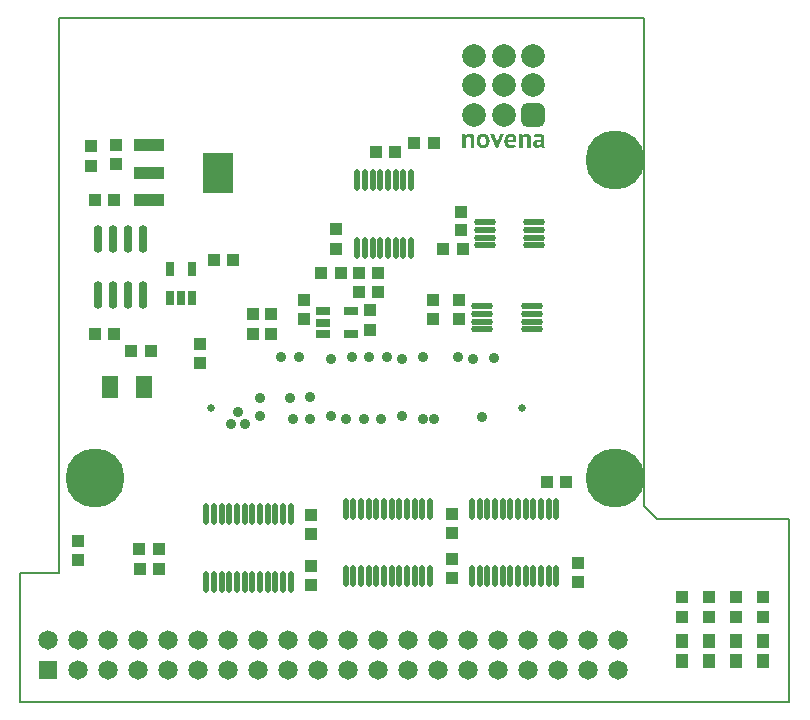
<source format=gts>
%FSLAX25Y25*%
%MOIN*%
G70*
G01*
G75*
G04 Layer_Color=8388736*
%ADD10R,0.03937X0.03937*%
%ADD11O,0.02362X0.08661*%
%ADD12R,0.02559X0.04331*%
%ADD13R,0.03937X0.03543*%
%ADD14R,0.03543X0.03937*%
%ADD15R,0.05118X0.07087*%
%ADD16R,0.03937X0.04331*%
%ADD17R,0.03937X0.03937*%
%ADD18R,0.04331X0.02559*%
%ADD19O,0.01378X0.06693*%
%ADD20O,0.06693X0.01772*%
%ADD21R,0.09449X0.03937*%
%ADD22R,0.09449X0.12992*%
%ADD23C,0.03000*%
%ADD24C,0.00700*%
%ADD25C,0.01969*%
%ADD26C,0.05000*%
%ADD27C,0.00800*%
%ADD28C,0.04000*%
%ADD29C,0.02000*%
%ADD30C,0.00787*%
%ADD31C,0.01500*%
%ADD32C,0.01000*%
%ADD33C,0.02500*%
%ADD34C,0.01969*%
%ADD35R,0.05906X0.05906*%
%ADD36C,0.05906*%
%ADD37C,0.07874*%
%ADD38C,0.03000*%
%ADD39R,0.01181X0.04331*%
%ADD40R,0.02756X0.05906*%
%ADD41R,0.06299X0.12205*%
%ADD42C,0.00984*%
%ADD43C,0.02362*%
%ADD44C,0.00500*%
%ADD45R,0.00600X0.00200*%
%ADD46R,0.01000X0.00200*%
%ADD47R,0.01600X0.00200*%
%ADD48R,0.01400X0.00200*%
%ADD49R,0.02000X0.00200*%
%ADD50R,0.02600X0.00200*%
%ADD51R,0.02400X0.00200*%
%ADD52R,0.03000X0.00200*%
%ADD53R,0.03400X0.00200*%
%ADD54R,0.00400X0.00200*%
%ADD55R,0.04000X0.00200*%
%ADD56R,0.04400X0.00200*%
%ADD57R,0.06800X0.00200*%
%ADD58R,0.06600X0.00200*%
%ADD59R,0.07000X0.00200*%
%ADD60R,0.07200X0.00200*%
%ADD61R,0.07600X0.00200*%
%ADD62R,0.07400X0.00200*%
%ADD63R,0.08000X0.00200*%
%ADD64R,0.07800X0.00200*%
%ADD65R,0.08400X0.00200*%
%ADD66R,0.09200X0.00200*%
%ADD67R,0.10200X0.00200*%
%ADD68R,0.10000X0.00200*%
%ADD69R,0.09800X0.00200*%
%ADD70R,0.10400X0.00200*%
%ADD71R,0.09000X0.00200*%
%ADD72R,0.19000X0.00200*%
%ADD73R,0.18600X0.00200*%
%ADD74R,0.18200X0.00200*%
%ADD75R,0.18400X0.00200*%
%ADD76R,0.19200X0.00200*%
%ADD77R,0.19400X0.00200*%
%ADD78R,0.19800X0.00200*%
%ADD79R,0.20000X0.00200*%
%ADD80R,0.20200X0.00200*%
%ADD81R,0.20600X0.00200*%
%ADD82R,0.21000X0.00200*%
%ADD83R,0.21400X0.00200*%
%ADD84R,0.21800X0.00200*%
%ADD85R,0.22200X0.00200*%
%ADD86R,0.04800X0.00200*%
%ADD87R,0.08600X0.00200*%
%ADD88R,0.03800X0.00200*%
%ADD89R,0.05800X0.00200*%
%ADD90R,0.02800X0.00200*%
%ADD91R,0.05000X0.00200*%
%ADD92R,0.01800X0.00200*%
%ADD93R,0.04600X0.00200*%
%ADD94R,0.04200X0.00200*%
%ADD95R,0.00800X0.00200*%
%ADD96R,0.05400X0.00200*%
%ADD97R,0.02200X0.00200*%
%ADD98R,0.06400X0.00200*%
%ADD99R,0.03600X0.00200*%
%ADD100R,0.01200X0.00200*%
%ADD101R,0.11800X0.00200*%
%ADD102R,0.11600X0.00200*%
%ADD103R,0.00200X0.00200*%
%ADD104C,0.00492*%
%ADD105C,0.00600*%
G04:AMPARAMS|DCode=106|XSize=78.74mil|YSize=78.74mil|CornerRadius=19.69mil|HoleSize=0mil|Usage=FLASHONLY|Rotation=0.000|XOffset=0mil|YOffset=0mil|HoleType=Round|Shape=RoundedRectangle|*
%AMROUNDEDRECTD106*
21,1,0.07874,0.03937,0,0,0.0*
21,1,0.03937,0.07874,0,0,0.0*
1,1,0.03937,0.01969,-0.01969*
1,1,0.03937,-0.01969,-0.01969*
1,1,0.03937,-0.01969,0.01969*
1,1,0.03937,0.01969,0.01969*
%
%ADD106ROUNDEDRECTD106*%
%ADD107R,0.04488X0.04488*%
%ADD108O,0.02913X0.09213*%
%ADD109R,0.03150X0.04921*%
%ADD110R,0.04488X0.04095*%
%ADD111R,0.04095X0.04488*%
%ADD112R,0.05669X0.07638*%
%ADD113R,0.04488X0.04882*%
%ADD114R,0.04488X0.04488*%
%ADD115R,0.04921X0.03150*%
%ADD116O,0.01929X0.07244*%
%ADD117O,0.07244X0.02323*%
%ADD118R,0.10000X0.04488*%
%ADD119R,0.10000X0.13543*%
%ADD120C,0.02520*%
%ADD121R,0.06457X0.06457*%
%ADD122C,0.06457*%
%ADD123C,0.19685*%
%ADD124C,0.03551*%
G36*
X679253Y320001D02*
X678526D01*
X676555Y324613D01*
X677927D01*
X678768Y322215D01*
X678930Y321512D01*
X678976D01*
X679103Y322226D01*
X679875Y324613D01*
X681155D01*
X679253Y320001D01*
D02*
G37*
G36*
X683726Y324728D02*
X683830Y324717D01*
X683945Y324705D01*
X684188Y324648D01*
X684199D01*
X684245Y324625D01*
X684303Y324602D01*
X684384Y324578D01*
X684476Y324532D01*
X684568Y324475D01*
X684672Y324417D01*
X684764Y324336D01*
X684776Y324325D01*
X684810Y324302D01*
X684856Y324256D01*
X684914Y324186D01*
X684983Y324106D01*
X685052Y324014D01*
X685121Y323898D01*
X685179Y323771D01*
X685191Y323760D01*
X685202Y323714D01*
X685225Y323633D01*
X685260Y323529D01*
X685294Y323403D01*
X685318Y323253D01*
X685329Y323091D01*
X685341Y322895D01*
Y322884D01*
Y322861D01*
Y322826D01*
Y322768D01*
X685329Y322641D01*
X685318Y322480D01*
Y322469D01*
Y322446D01*
X685306Y322399D01*
Y322342D01*
X685283Y322203D01*
X685248Y322030D01*
X682504D01*
Y322019D01*
Y322007D01*
X682516Y321938D01*
X682527Y321834D01*
X682550Y321696D01*
X682596Y321558D01*
X682643Y321408D01*
X682712Y321269D01*
X682804Y321154D01*
X682816Y321143D01*
X682850Y321108D01*
X682919Y321062D01*
X683011Y321016D01*
X683138Y320958D01*
X683288Y320912D01*
X683473Y320877D01*
X683680Y320866D01*
X683738D01*
X683819Y320877D01*
X683899D01*
X684003Y320889D01*
X684118Y320912D01*
X684349Y320970D01*
X684361D01*
X684395Y320993D01*
X684453Y321016D01*
X684522Y321039D01*
X684660Y321119D01*
X684741Y321166D01*
X684799Y321212D01*
X685191Y320428D01*
X685179Y320416D01*
X685145Y320393D01*
X685075Y320359D01*
X684995Y320301D01*
X684891Y320255D01*
X684753Y320186D01*
X684614Y320128D01*
X684441Y320070D01*
X684418Y320059D01*
X684361Y320047D01*
X684268Y320024D01*
X684141Y320001D01*
X683992Y319967D01*
X683830Y319943D01*
X683646Y319932D01*
X683450Y319920D01*
X683346D01*
X683265Y319932D01*
X683173Y319943D01*
X683069Y319955D01*
X682839Y320001D01*
X682573Y320070D01*
X682297Y320186D01*
X682170Y320266D01*
X682055Y320347D01*
X681939Y320439D01*
X681836Y320555D01*
Y320566D01*
X681812Y320589D01*
X681789Y320624D01*
X681755Y320670D01*
X681720Y320739D01*
X681674Y320820D01*
X681628Y320912D01*
X681582Y321016D01*
X681536Y321143D01*
X681490Y321269D01*
X681443Y321419D01*
X681409Y321581D01*
X681374Y321742D01*
X681351Y321927D01*
X681340Y322123D01*
X681328Y322330D01*
Y322342D01*
Y322388D01*
Y322446D01*
X681340Y322526D01*
X681351Y322630D01*
X681363Y322745D01*
X681374Y322872D01*
X681397Y323010D01*
X681466Y323299D01*
X681570Y323599D01*
X681628Y323737D01*
X681709Y323875D01*
X681789Y324014D01*
X681893Y324129D01*
X681905Y324140D01*
X681916Y324152D01*
X681951Y324186D01*
X681997Y324221D01*
X682055Y324267D01*
X682135Y324325D01*
X682216Y324382D01*
X682308Y324440D01*
X682423Y324486D01*
X682539Y324544D01*
X682677Y324602D01*
X682816Y324648D01*
X683138Y324717D01*
X683323Y324728D01*
X683507Y324740D01*
X683634D01*
X683726Y324728D01*
D02*
G37*
G36*
X693308Y324682D02*
X693435Y324671D01*
X693562Y324648D01*
X693700Y324613D01*
X693827Y324578D01*
X693838D01*
X693884Y324555D01*
X693942Y324532D01*
X694011Y324498D01*
X694172Y324394D01*
X694265Y324325D01*
X694334Y324244D01*
X694346Y324233D01*
X694369Y324210D01*
X694392Y324164D01*
X694438Y324106D01*
X694484Y324037D01*
X694519Y323944D01*
X694599Y323748D01*
Y323737D01*
X694611Y323702D01*
X694622Y323633D01*
X694645Y323564D01*
X694657Y323460D01*
X694668Y323345D01*
X694680Y323230D01*
Y323091D01*
Y323068D01*
Y323022D01*
Y322941D01*
Y322837D01*
X694668Y322722D01*
Y322584D01*
X694645Y322284D01*
Y322261D01*
Y322215D01*
X694634Y322134D01*
Y322030D01*
X694622Y321915D01*
Y321777D01*
X694611Y321488D01*
Y321477D01*
Y321419D01*
Y321350D01*
Y321246D01*
X694622Y321131D01*
Y321004D01*
X694634Y320727D01*
Y320716D01*
X694645Y320670D01*
Y320589D01*
X694668Y320508D01*
X694680Y320393D01*
X694703Y320278D01*
X694772Y320036D01*
X693815D01*
X693619Y320670D01*
X693573D01*
X693562Y320658D01*
X693538Y320624D01*
X693492Y320566D01*
X693446Y320497D01*
X693365Y320428D01*
X693285Y320336D01*
X693181Y320255D01*
X693066Y320174D01*
X693054Y320163D01*
X693008Y320140D01*
X692939Y320116D01*
X692847Y320082D01*
X692720Y320036D01*
X692581Y320013D01*
X692420Y319990D01*
X692236Y319978D01*
X692120D01*
X692039Y319990D01*
X691959Y320001D01*
X691855Y320013D01*
X691659Y320070D01*
X691647D01*
X691613Y320093D01*
X691567Y320105D01*
X691509Y320140D01*
X691371Y320220D01*
X691221Y320336D01*
X691209Y320347D01*
X691186Y320370D01*
X691152Y320405D01*
X691117Y320462D01*
X691025Y320589D01*
X690933Y320762D01*
Y320774D01*
X690921Y320808D01*
X690910Y320854D01*
X690886Y320923D01*
X690875Y321004D01*
X690852Y321096D01*
X690840Y321304D01*
Y321327D01*
Y321373D01*
X690852Y321454D01*
X690863Y321546D01*
X690886Y321661D01*
X690921Y321777D01*
X690967Y321892D01*
X691025Y322007D01*
X691036Y322019D01*
X691059Y322054D01*
X691106Y322111D01*
X691163Y322169D01*
X691232Y322250D01*
X691325Y322319D01*
X691428Y322399D01*
X691555Y322469D01*
X691567Y322480D01*
X691624Y322503D01*
X691694Y322526D01*
X691797Y322572D01*
X691913Y322607D01*
X692063Y322653D01*
X692224Y322688D01*
X692397Y322722D01*
X692420D01*
X692489Y322734D01*
X692581Y322745D01*
X692720Y322757D01*
X692881Y322768D01*
X693492D01*
Y322780D01*
Y322791D01*
X693504Y322849D01*
Y322941D01*
Y323045D01*
Y323160D01*
X693481Y323276D01*
X693458Y323391D01*
X693412Y323483D01*
X693400Y323495D01*
X693389Y323518D01*
X693342Y323552D01*
X693285Y323599D01*
X693216Y323645D01*
X693100Y323679D01*
X692973Y323702D01*
X692812Y323714D01*
X692674D01*
X692581Y323702D01*
X692466Y323691D01*
X692339Y323679D01*
X692201Y323656D01*
X692051Y323633D01*
X692039D01*
X691982Y323622D01*
X691913Y323610D01*
X691820Y323587D01*
X691717Y323552D01*
X691613Y323529D01*
X691509Y323495D01*
X691405Y323449D01*
X691117Y324336D01*
X691129Y324348D01*
X691186Y324359D01*
X691256Y324394D01*
X691359Y324429D01*
X691486Y324475D01*
X691636Y324509D01*
X691797Y324555D01*
X691982Y324590D01*
X692005D01*
X692074Y324602D01*
X692166Y324625D01*
X692305Y324648D01*
X692466Y324659D01*
X692639Y324682D01*
X692835Y324694D01*
X693192D01*
X693308Y324682D01*
D02*
G37*
G36*
X688938Y324728D02*
X689030Y324717D01*
X689134Y324705D01*
X689341Y324648D01*
X689353D01*
X689388Y324625D01*
X689434Y324602D01*
X689503Y324578D01*
X689641Y324475D01*
X689722Y324417D01*
X689791Y324336D01*
X689803Y324325D01*
X689826Y324302D01*
X689849Y324256D01*
X689895Y324186D01*
X689941Y324106D01*
X689976Y324014D01*
X690022Y323898D01*
X690056Y323771D01*
Y323760D01*
X690068Y323702D01*
X690091Y323633D01*
X690102Y323529D01*
X690126Y323403D01*
X690137Y323241D01*
X690149Y323080D01*
Y322884D01*
Y320047D01*
X688973D01*
Y322630D01*
Y322641D01*
Y322653D01*
Y322722D01*
X688961Y322826D01*
X688949Y322941D01*
X688903Y323206D01*
X688869Y323333D01*
X688811Y323437D01*
X688800Y323449D01*
X688776Y323472D01*
X688742Y323518D01*
X688684Y323564D01*
X688604Y323610D01*
X688511Y323656D01*
X688408Y323679D01*
X688269Y323691D01*
X688211D01*
X688142Y323679D01*
X688073Y323668D01*
X687981Y323645D01*
X687877Y323599D01*
X687785Y323552D01*
X687693Y323483D01*
X687681Y323472D01*
X687658Y323449D01*
X687612Y323403D01*
X687566Y323345D01*
X687508Y323276D01*
X687451Y323195D01*
X687404Y323103D01*
X687358Y322999D01*
Y320047D01*
X686182D01*
Y324613D01*
X687116D01*
X687255Y324002D01*
X687289D01*
X687301Y324014D01*
X687324Y324048D01*
X687370Y324106D01*
X687439Y324175D01*
X687520Y324256D01*
X687612Y324348D01*
X687716Y324440D01*
X687843Y324521D01*
X687854Y324532D01*
X687900Y324555D01*
X687981Y324590D01*
X688085Y324636D01*
X688211Y324671D01*
X688373Y324705D01*
X688546Y324728D01*
X688742Y324740D01*
X688857D01*
X688938Y324728D01*
D02*
G37*
G36*
X670086D02*
X670179Y324717D01*
X670282Y324705D01*
X670490Y324648D01*
X670502D01*
X670536Y324625D01*
X670582Y324602D01*
X670651Y324578D01*
X670790Y324475D01*
X670870Y324417D01*
X670940Y324336D01*
X670951Y324325D01*
X670974Y324302D01*
X670997Y324256D01*
X671043Y324186D01*
X671090Y324106D01*
X671124Y324014D01*
X671170Y323898D01*
X671205Y323771D01*
Y323760D01*
X671216Y323702D01*
X671239Y323633D01*
X671251Y323529D01*
X671274Y323403D01*
X671285Y323241D01*
X671297Y323080D01*
Y322884D01*
Y320047D01*
X670121D01*
Y322630D01*
Y322641D01*
Y322653D01*
Y322722D01*
X670109Y322826D01*
X670098Y322941D01*
X670052Y323206D01*
X670017Y323333D01*
X669960Y323437D01*
X669948Y323449D01*
X669925Y323472D01*
X669890Y323518D01*
X669833Y323564D01*
X669752Y323610D01*
X669660Y323656D01*
X669556Y323679D01*
X669418Y323691D01*
X669360D01*
X669291Y323679D01*
X669222Y323668D01*
X669129Y323645D01*
X669026Y323599D01*
X668933Y323552D01*
X668841Y323483D01*
X668830Y323472D01*
X668807Y323449D01*
X668760Y323403D01*
X668714Y323345D01*
X668657Y323276D01*
X668599Y323195D01*
X668553Y323103D01*
X668507Y322999D01*
Y320047D01*
X667331D01*
Y324613D01*
X668265D01*
X668403Y324002D01*
X668438D01*
X668449Y324014D01*
X668472Y324048D01*
X668518Y324106D01*
X668587Y324175D01*
X668668Y324256D01*
X668760Y324348D01*
X668864Y324440D01*
X668991Y324521D01*
X669003Y324532D01*
X669049Y324555D01*
X669129Y324590D01*
X669233Y324636D01*
X669360Y324671D01*
X669521Y324705D01*
X669694Y324728D01*
X669890Y324740D01*
X670006D01*
X670086Y324728D01*
D02*
G37*
G36*
X674422D02*
X674548Y324717D01*
X674698Y324694D01*
X674860Y324659D01*
X675021Y324613D01*
X675171Y324555D01*
X675194Y324544D01*
X675240Y324521D01*
X675310Y324486D01*
X675402Y324429D01*
X675517Y324359D01*
X675621Y324279D01*
X675736Y324186D01*
X675840Y324071D01*
X675851Y324060D01*
X675886Y324014D01*
X675932Y323944D01*
X675990Y323864D01*
X676047Y323748D01*
X676117Y323622D01*
X676174Y323472D01*
X676232Y323310D01*
X676243Y323287D01*
X676255Y323230D01*
X676278Y323137D01*
X676301Y323022D01*
X676324Y322872D01*
X676347Y322711D01*
X676370Y322526D01*
Y322330D01*
Y322319D01*
Y322284D01*
Y322215D01*
X676359Y322134D01*
Y322042D01*
X676336Y321927D01*
X676324Y321800D01*
X676301Y321673D01*
X676232Y321385D01*
X676128Y321085D01*
X676070Y320935D01*
X675990Y320797D01*
X675909Y320670D01*
X675805Y320543D01*
X675794Y320532D01*
X675782Y320520D01*
X675748Y320485D01*
X675702Y320451D01*
X675644Y320405D01*
X675575Y320347D01*
X675494Y320289D01*
X675402Y320232D01*
X675298Y320174D01*
X675171Y320116D01*
X675044Y320070D01*
X674906Y320013D01*
X674756Y319978D01*
X674583Y319943D01*
X674410Y319932D01*
X674226Y319920D01*
X674133D01*
X674030Y319932D01*
X673903Y319943D01*
X673753Y319967D01*
X673603Y319990D01*
X673442Y320036D01*
X673280Y320093D01*
X673257Y320105D01*
X673211Y320128D01*
X673142Y320163D01*
X673050Y320220D01*
X672934Y320289D01*
X672830Y320370D01*
X672715Y320462D01*
X672611Y320578D01*
X672600Y320589D01*
X672565Y320635D01*
X672519Y320705D01*
X672462Y320785D01*
X672392Y320901D01*
X672335Y321027D01*
X672265Y321177D01*
X672208Y321339D01*
Y321362D01*
X672185Y321419D01*
X672173Y321512D01*
X672150Y321627D01*
X672127Y321777D01*
X672104Y321950D01*
X672093Y322134D01*
X672081Y322330D01*
Y322342D01*
Y322376D01*
Y322446D01*
X672093Y322526D01*
X672104Y322618D01*
X672116Y322734D01*
X672127Y322849D01*
X672150Y322987D01*
X672219Y323276D01*
X672323Y323564D01*
X672381Y323714D01*
X672462Y323852D01*
X672542Y323979D01*
X672646Y324106D01*
X672658Y324117D01*
X672669Y324129D01*
X672704Y324164D01*
X672750Y324210D01*
X672808Y324256D01*
X672877Y324302D01*
X672957Y324359D01*
X673061Y324429D01*
X673165Y324486D01*
X673280Y324544D01*
X673407Y324590D01*
X673557Y324636D01*
X673868Y324717D01*
X674041Y324728D01*
X674226Y324740D01*
X674318D01*
X674422Y324728D01*
D02*
G37*
%LPC*%
G36*
X683496Y323795D02*
X683415D01*
X683334Y323783D01*
X683242Y323760D01*
X683127Y323725D01*
X683011Y323668D01*
X682896Y323599D01*
X682804Y323506D01*
X682792Y323495D01*
X682769Y323460D01*
X682735Y323391D01*
X682689Y323310D01*
X682643Y323206D01*
X682596Y323080D01*
X682562Y322930D01*
X682539Y322768D01*
X684234D01*
Y322791D01*
Y322849D01*
Y322941D01*
Y323045D01*
X684211Y323160D01*
X684188Y323287D01*
X684141Y323414D01*
X684084Y323518D01*
X684072Y323529D01*
X684049Y323564D01*
X684003Y323610D01*
X683945Y323656D01*
X683865Y323702D01*
X683761Y323748D01*
X683634Y323783D01*
X683496Y323795D01*
D02*
G37*
G36*
X693400Y322065D02*
X693146D01*
X692950Y322054D01*
X692904D01*
X692858Y322042D01*
X692801D01*
X692651Y322019D01*
X692489Y321973D01*
X692478D01*
X692455Y321961D01*
X692420Y321950D01*
X692374Y321927D01*
X692270Y321869D01*
X692178Y321788D01*
X692155Y321765D01*
X692120Y321708D01*
X692086Y321615D01*
X692063Y321488D01*
Y321477D01*
Y321442D01*
X692074Y321396D01*
X692086Y321350D01*
X692132Y321212D01*
X692166Y321154D01*
X692212Y321096D01*
X692224D01*
X692236Y321073D01*
X692270Y321050D01*
X692316Y321027D01*
X692385Y321004D01*
X692455Y320981D01*
X692535Y320970D01*
X692627Y320958D01*
X692685D01*
X692754Y320970D01*
X692835Y320981D01*
X693019Y321027D01*
X693112Y321062D01*
X693192Y321108D01*
X693204Y321119D01*
X693227Y321131D01*
X693262Y321166D01*
X693308Y321212D01*
X693412Y321327D01*
X693504Y321454D01*
Y322054D01*
X693458D01*
X693400Y322065D01*
D02*
G37*
G36*
X674226Y323737D02*
X674157D01*
X674076Y323725D01*
X673972Y323691D01*
X673868Y323656D01*
X673753Y323599D01*
X673649Y323518D01*
X673545Y323403D01*
X673534Y323391D01*
X673511Y323345D01*
X673465Y323253D01*
X673430Y323149D01*
X673384Y322999D01*
X673338Y322814D01*
X673315Y322584D01*
X673303Y322330D01*
Y322319D01*
Y322272D01*
Y322215D01*
X673315Y322146D01*
Y322054D01*
X673326Y321961D01*
X673349Y321765D01*
Y321754D01*
X673361Y321719D01*
X673372Y321673D01*
X673395Y321615D01*
X673442Y321465D01*
X673511Y321316D01*
Y321304D01*
X673534Y321281D01*
X673592Y321212D01*
X673684Y321119D01*
X673799Y321027D01*
X673811D01*
X673834Y321016D01*
X673868Y320993D01*
X673926Y320981D01*
X674053Y320935D01*
X674226Y320923D01*
X674306D01*
X674387Y320947D01*
X674491Y320970D01*
X674606Y321004D01*
X674721Y321062D01*
X674825Y321143D01*
X674918Y321258D01*
X674929Y321269D01*
X674952Y321327D01*
X674987Y321408D01*
X675033Y321523D01*
X675079Y321661D01*
X675113Y321858D01*
X675137Y322077D01*
X675148Y322330D01*
Y322342D01*
Y322353D01*
Y322388D01*
Y322434D01*
X675137Y322549D01*
X675125Y322688D01*
X675102Y322849D01*
X675056Y323022D01*
X675010Y323183D01*
X674940Y323345D01*
X674929Y323356D01*
X674906Y323403D01*
X674848Y323472D01*
X674779Y323541D01*
X674675Y323610D01*
X674548Y323679D01*
X674399Y323725D01*
X674226Y323737D01*
D02*
G37*
%LPD*%
D30*
X533000Y178315D02*
Y363354D01*
X520008Y178315D02*
X533000D01*
X520008Y135402D02*
Y178315D01*
X533000Y363354D02*
X727882D01*
Y200756D02*
Y363354D01*
X520008Y135402D02*
X776307D01*
X727882Y200756D02*
X732213Y196425D01*
X776307D01*
Y135402D02*
Y196425D01*
D37*
X671189Y331071D02*
D03*
X681032D02*
D03*
X671189Y340913D02*
D03*
X681032D02*
D03*
X690874D02*
D03*
Y350756D02*
D03*
X681032D02*
D03*
X671189D02*
D03*
D106*
X690874Y331071D02*
D03*
D107*
X551110Y302724D02*
D03*
X544811D02*
D03*
X584575Y282646D02*
D03*
X590874D02*
D03*
X638512Y318472D02*
D03*
X644811D02*
D03*
X559772Y179496D02*
D03*
X566071D02*
D03*
X701898Y208630D02*
D03*
X695598D02*
D03*
X633000Y278315D02*
D03*
X639299D02*
D03*
X633000Y272016D02*
D03*
X639299D02*
D03*
X544811Y257842D02*
D03*
X551110D02*
D03*
D108*
X545972Y270835D02*
D03*
X550972D02*
D03*
X555972D02*
D03*
X560972D02*
D03*
X545972Y289732D02*
D03*
X550972D02*
D03*
X555972D02*
D03*
X560972D02*
D03*
D109*
X569811Y279496D02*
D03*
X577291D02*
D03*
Y270047D02*
D03*
X573551D02*
D03*
X569811D02*
D03*
D110*
X740480Y163551D02*
D03*
Y170244D02*
D03*
X749535Y163551D02*
D03*
Y170244D02*
D03*
X758591Y163551D02*
D03*
Y170244D02*
D03*
X603472Y258039D02*
D03*
Y264732D02*
D03*
X767646Y163551D02*
D03*
Y170244D02*
D03*
X625126Y286386D02*
D03*
Y293079D02*
D03*
X636543Y259221D02*
D03*
Y265913D02*
D03*
X597567Y258039D02*
D03*
X597567Y264732D02*
D03*
X543630Y320638D02*
D03*
Y313945D02*
D03*
D111*
X556819Y252331D02*
D03*
X563512D02*
D03*
X667449Y286189D02*
D03*
X660756D02*
D03*
X559575Y186189D02*
D03*
X566268D02*
D03*
X620205Y278315D02*
D03*
X626898D02*
D03*
X658000Y321622D02*
D03*
X651307D02*
D03*
D112*
X561150Y240126D02*
D03*
X549732D02*
D03*
D113*
X740480Y148984D02*
D03*
Y155677D02*
D03*
X749535Y148984D02*
D03*
Y155677D02*
D03*
X758591Y148984D02*
D03*
Y155677D02*
D03*
X767646Y148984D02*
D03*
Y155677D02*
D03*
D114*
X657409Y262961D02*
D03*
Y269260D02*
D03*
X614496Y269260D02*
D03*
Y262961D02*
D03*
X616858Y197606D02*
D03*
Y191307D02*
D03*
Y174378D02*
D03*
Y180677D02*
D03*
X663709Y198000D02*
D03*
Y191701D02*
D03*
Y176740D02*
D03*
Y183039D02*
D03*
X705835Y175165D02*
D03*
Y181465D02*
D03*
X579850Y248394D02*
D03*
Y254693D02*
D03*
X551898Y314535D02*
D03*
Y320835D02*
D03*
X539299Y182646D02*
D03*
Y188945D02*
D03*
X666071Y262961D02*
D03*
Y269260D02*
D03*
X666858Y292488D02*
D03*
Y298787D02*
D03*
D115*
X630244Y265520D02*
D03*
Y258039D02*
D03*
X620795D02*
D03*
Y261779D02*
D03*
Y265520D02*
D03*
D116*
X581917Y175362D02*
D03*
X584476D02*
D03*
X587035D02*
D03*
X589595D02*
D03*
X592154D02*
D03*
X594713D02*
D03*
X597272D02*
D03*
X599831D02*
D03*
X602390Y175362D02*
D03*
X604949Y175362D02*
D03*
X607508Y175362D02*
D03*
X610067Y175362D02*
D03*
X581917Y197803D02*
D03*
X584476D02*
D03*
X587035D02*
D03*
X589595D02*
D03*
X592154D02*
D03*
X594713D02*
D03*
X597272D02*
D03*
X599831D02*
D03*
X602390Y197803D02*
D03*
X604949Y197803D02*
D03*
X607508Y197803D02*
D03*
X610067Y197803D02*
D03*
X628374Y177331D02*
D03*
X630933D02*
D03*
X633492D02*
D03*
X636051D02*
D03*
X638610D02*
D03*
X641169D02*
D03*
X643728D02*
D03*
X646287D02*
D03*
X648846Y177331D02*
D03*
X651405Y177331D02*
D03*
X653965Y177331D02*
D03*
X656524Y177331D02*
D03*
X628374Y199772D02*
D03*
X630933D02*
D03*
X633492D02*
D03*
X636051D02*
D03*
X638610D02*
D03*
X641169D02*
D03*
X643728D02*
D03*
X646287D02*
D03*
X648846Y199772D02*
D03*
X651405Y199772D02*
D03*
X653965Y199772D02*
D03*
X656524Y199772D02*
D03*
X670500Y177331D02*
D03*
X673059D02*
D03*
X675618D02*
D03*
X678177D02*
D03*
X680736D02*
D03*
X683295D02*
D03*
X685854D02*
D03*
X688413D02*
D03*
X690972Y177331D02*
D03*
X693532Y177331D02*
D03*
X696091Y177331D02*
D03*
X698650Y177331D02*
D03*
X670500Y199772D02*
D03*
X673059D02*
D03*
X675618D02*
D03*
X678177D02*
D03*
X680736D02*
D03*
X683295D02*
D03*
X685854D02*
D03*
X688413D02*
D03*
X690972Y199772D02*
D03*
X693532Y199772D02*
D03*
X696091Y199772D02*
D03*
X698650Y199772D02*
D03*
X632311Y286779D02*
D03*
X634870Y286779D02*
D03*
X637429Y286779D02*
D03*
X639988D02*
D03*
X642547D02*
D03*
X645106D02*
D03*
X647665D02*
D03*
X650224D02*
D03*
X632311Y309221D02*
D03*
X634870Y309221D02*
D03*
X637429Y309221D02*
D03*
X639988D02*
D03*
X642547D02*
D03*
X645106D02*
D03*
X647665D02*
D03*
X650224D02*
D03*
D117*
X673945Y267193D02*
D03*
Y264634D02*
D03*
X673945Y262075D02*
D03*
X673945Y259516D02*
D03*
X690480Y267193D02*
D03*
Y264634D02*
D03*
Y262075D02*
D03*
Y259516D02*
D03*
X674732Y295146D02*
D03*
Y292587D02*
D03*
X674732Y290028D02*
D03*
X674732Y287469D02*
D03*
X691268Y295146D02*
D03*
Y292587D02*
D03*
Y290028D02*
D03*
Y287469D02*
D03*
D118*
X562921Y320835D02*
D03*
X562921Y311779D02*
D03*
X562921Y302724D02*
D03*
D119*
X585756Y311779D02*
D03*
D120*
X583394Y233433D02*
D03*
X687331D02*
D03*
D121*
X529063Y146031D02*
D03*
D122*
Y156032D02*
D03*
X539063Y146031D02*
D03*
Y156032D02*
D03*
X549063Y146031D02*
D03*
X549063Y156032D02*
D03*
X559063Y146031D02*
D03*
Y156032D02*
D03*
X569063Y146031D02*
D03*
Y156032D02*
D03*
X579063Y146031D02*
D03*
Y156032D02*
D03*
X589063Y146031D02*
D03*
Y156032D02*
D03*
X599063Y146031D02*
D03*
X599063Y156032D02*
D03*
X609063Y146031D02*
D03*
Y156032D02*
D03*
X619063Y146031D02*
D03*
Y156032D02*
D03*
X629063Y146031D02*
D03*
Y156032D02*
D03*
X639063Y146031D02*
D03*
X639063Y156032D02*
D03*
X649063Y146031D02*
D03*
X649063Y156032D02*
D03*
X659063Y146031D02*
D03*
Y156032D02*
D03*
X669063Y146031D02*
D03*
Y156032D02*
D03*
X679063Y146031D02*
D03*
Y156032D02*
D03*
X689063Y146031D02*
D03*
X689063Y156032D02*
D03*
X699063Y146031D02*
D03*
Y156032D02*
D03*
X709063Y146031D02*
D03*
Y156032D02*
D03*
X719063Y146031D02*
D03*
Y156032D02*
D03*
D123*
X718039Y209811D02*
D03*
X544811D02*
D03*
X718039Y316110D02*
D03*
D124*
X599929Y236583D02*
D03*
X623551Y249575D02*
D03*
X647173D02*
D03*
X670795D02*
D03*
X647173Y230677D02*
D03*
X623551D02*
D03*
X599929D02*
D03*
X610756Y229693D02*
D03*
X616661Y229693D02*
D03*
X628472Y229693D02*
D03*
X634378D02*
D03*
X640283D02*
D03*
X654063Y229693D02*
D03*
X658000Y229693D02*
D03*
X665874Y250165D02*
D03*
X654063Y250165D02*
D03*
X642252Y250165D02*
D03*
X636346D02*
D03*
X630441D02*
D03*
X612724D02*
D03*
X606819D02*
D03*
X594811Y227921D02*
D03*
X590087D02*
D03*
X592449Y231858D02*
D03*
X677882Y249969D02*
D03*
X673748Y230283D02*
D03*
X609772Y236583D02*
D03*
X616465Y236976D02*
D03*
M02*

</source>
